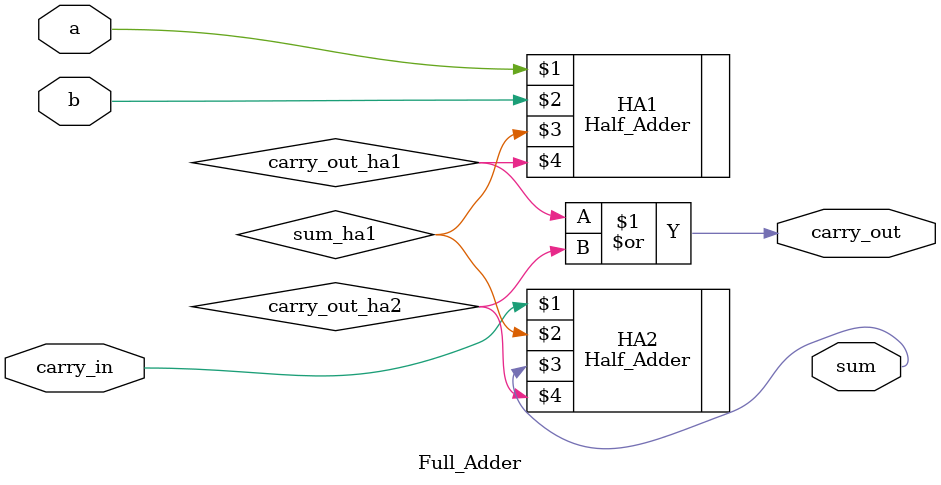
<source format=v>


`timescale 1ns / 1ps



module Full_Adder ( a , b , carry_in , sum , carry_out ) ;

    input a, b, carry_in ;      // define "a", "b", "carry_in" as inputs
    output sum, carry_out ;     // define "sum" and "carry_out" as outputs

    wire sum_ha1, carry_out_ha1, carry_out_ha2 ;
    // Declare wire-s to connect the composite primitive gates.
    // "sum_ha1" connects the sum-output-port of HA1 with second-input-port of HA2
    // "carry_out_ha1" connects the carry-output-port of HA1 with an input-port of OR gate
    // "carry_out_ha2" connects the carry-output-port of HA2 with the other input-port of OR gate

    Half_Adder HA1 (a, b, sum_ha1, carry_out_ha1) ;             // introduce a Half_Adder component 
    Half_Adder HA2 (carry_in, sum_ha1, sum, carry_out_ha2) ;    // introduce another Half_Adder component ("sum" bit is associated with the sum-output port of this component)
    or OR_GATE (carry_out, carry_out_ha1, carry_out_ha2) ;      // introduce an "or" gate ("carry_out" bit is associated with the output port of this primitive gate)
endmodule

</source>
